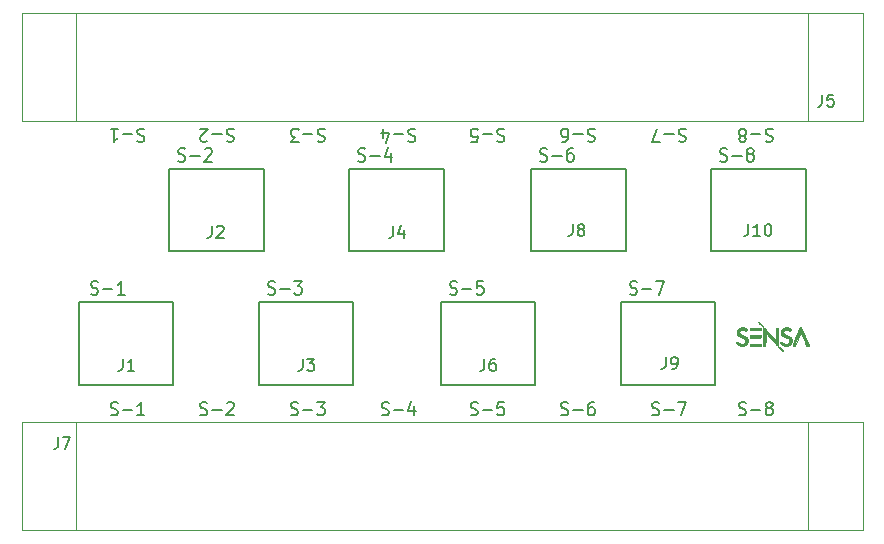
<source format=gbr>
%TF.GenerationSoftware,KiCad,Pcbnew,(5.1.9)-1*%
%TF.CreationDate,2021-10-12T17:07:07+02:00*%
%TF.ProjectId,SolenoidInterconnect,536f6c65-6e6f-4696-9449-6e746572636f,rev?*%
%TF.SameCoordinates,Original*%
%TF.FileFunction,Legend,Top*%
%TF.FilePolarity,Positive*%
%FSLAX46Y46*%
G04 Gerber Fmt 4.6, Leading zero omitted, Abs format (unit mm)*
G04 Created by KiCad (PCBNEW (5.1.9)-1) date 2021-10-12 17:07:07*
%MOMM*%
%LPD*%
G01*
G04 APERTURE LIST*
%ADD10C,0.142875*%
%ADD11C,0.010000*%
%ADD12C,0.200000*%
%ADD13C,0.120000*%
%ADD14C,0.150000*%
G04 APERTURE END LIST*
D10*
X144270585Y-84357357D02*
X144123628Y-84302928D01*
X143878700Y-84302928D01*
X143780728Y-84357357D01*
X143731742Y-84411785D01*
X143682757Y-84520642D01*
X143682757Y-84629500D01*
X143731742Y-84738357D01*
X143780728Y-84792785D01*
X143878700Y-84847214D01*
X144074642Y-84901642D01*
X144172614Y-84956071D01*
X144221600Y-85010500D01*
X144270585Y-85119357D01*
X144270585Y-85228214D01*
X144221600Y-85337071D01*
X144172614Y-85391500D01*
X144074642Y-85445928D01*
X143829714Y-85445928D01*
X143682757Y-85391500D01*
X143241885Y-84738357D02*
X142458114Y-84738357D01*
X141527385Y-85445928D02*
X141723328Y-85445928D01*
X141821300Y-85391500D01*
X141870285Y-85337071D01*
X141968257Y-85173785D01*
X142017242Y-84956071D01*
X142017242Y-84520642D01*
X141968257Y-84411785D01*
X141919271Y-84357357D01*
X141821300Y-84302928D01*
X141625357Y-84302928D01*
X141527385Y-84357357D01*
X141478400Y-84411785D01*
X141429414Y-84520642D01*
X141429414Y-84792785D01*
X141478400Y-84901642D01*
X141527385Y-84956071D01*
X141625357Y-85010500D01*
X141821300Y-85010500D01*
X141919271Y-84956071D01*
X141968257Y-84901642D01*
X142017242Y-84792785D01*
X121400585Y-84357357D02*
X121253628Y-84302928D01*
X121008700Y-84302928D01*
X120910728Y-84357357D01*
X120861742Y-84411785D01*
X120812757Y-84520642D01*
X120812757Y-84629500D01*
X120861742Y-84738357D01*
X120910728Y-84792785D01*
X121008700Y-84847214D01*
X121204642Y-84901642D01*
X121302614Y-84956071D01*
X121351600Y-85010500D01*
X121400585Y-85119357D01*
X121400585Y-85228214D01*
X121351600Y-85337071D01*
X121302614Y-85391500D01*
X121204642Y-85445928D01*
X120959714Y-85445928D01*
X120812757Y-85391500D01*
X120371885Y-84738357D02*
X119588114Y-84738357D01*
X119196228Y-85445928D02*
X118559414Y-85445928D01*
X118902314Y-85010500D01*
X118755357Y-85010500D01*
X118657385Y-84956071D01*
X118608400Y-84901642D01*
X118559414Y-84792785D01*
X118559414Y-84520642D01*
X118608400Y-84411785D01*
X118657385Y-84357357D01*
X118755357Y-84302928D01*
X119049271Y-84302928D01*
X119147242Y-84357357D01*
X119196228Y-84411785D01*
X113710585Y-84357357D02*
X113563628Y-84302928D01*
X113318700Y-84302928D01*
X113220728Y-84357357D01*
X113171742Y-84411785D01*
X113122757Y-84520642D01*
X113122757Y-84629500D01*
X113171742Y-84738357D01*
X113220728Y-84792785D01*
X113318700Y-84847214D01*
X113514642Y-84901642D01*
X113612614Y-84956071D01*
X113661600Y-85010500D01*
X113710585Y-85119357D01*
X113710585Y-85228214D01*
X113661600Y-85337071D01*
X113612614Y-85391500D01*
X113514642Y-85445928D01*
X113269714Y-85445928D01*
X113122757Y-85391500D01*
X112681885Y-84738357D02*
X111898114Y-84738357D01*
X111457242Y-85337071D02*
X111408257Y-85391500D01*
X111310285Y-85445928D01*
X111065357Y-85445928D01*
X110967385Y-85391500D01*
X110918400Y-85337071D01*
X110869414Y-85228214D01*
X110869414Y-85119357D01*
X110918400Y-84956071D01*
X111506228Y-84302928D01*
X110869414Y-84302928D01*
X136610585Y-84357357D02*
X136463628Y-84302928D01*
X136218700Y-84302928D01*
X136120728Y-84357357D01*
X136071742Y-84411785D01*
X136022757Y-84520642D01*
X136022757Y-84629500D01*
X136071742Y-84738357D01*
X136120728Y-84792785D01*
X136218700Y-84847214D01*
X136414642Y-84901642D01*
X136512614Y-84956071D01*
X136561600Y-85010500D01*
X136610585Y-85119357D01*
X136610585Y-85228214D01*
X136561600Y-85337071D01*
X136512614Y-85391500D01*
X136414642Y-85445928D01*
X136169714Y-85445928D01*
X136022757Y-85391500D01*
X135581885Y-84738357D02*
X134798114Y-84738357D01*
X133818400Y-85445928D02*
X134308257Y-85445928D01*
X134357242Y-84901642D01*
X134308257Y-84956071D01*
X134210285Y-85010500D01*
X133965357Y-85010500D01*
X133867385Y-84956071D01*
X133818400Y-84901642D01*
X133769414Y-84792785D01*
X133769414Y-84520642D01*
X133818400Y-84411785D01*
X133867385Y-84357357D01*
X133965357Y-84302928D01*
X134210285Y-84302928D01*
X134308257Y-84357357D01*
X134357242Y-84411785D01*
X151980585Y-84357357D02*
X151833628Y-84302928D01*
X151588700Y-84302928D01*
X151490728Y-84357357D01*
X151441742Y-84411785D01*
X151392757Y-84520642D01*
X151392757Y-84629500D01*
X151441742Y-84738357D01*
X151490728Y-84792785D01*
X151588700Y-84847214D01*
X151784642Y-84901642D01*
X151882614Y-84956071D01*
X151931600Y-85010500D01*
X151980585Y-85119357D01*
X151980585Y-85228214D01*
X151931600Y-85337071D01*
X151882614Y-85391500D01*
X151784642Y-85445928D01*
X151539714Y-85445928D01*
X151392757Y-85391500D01*
X150951885Y-84738357D02*
X150168114Y-84738357D01*
X149776228Y-85445928D02*
X149090428Y-85445928D01*
X149531300Y-84302928D01*
X159330585Y-84357357D02*
X159183628Y-84302928D01*
X158938700Y-84302928D01*
X158840728Y-84357357D01*
X158791742Y-84411785D01*
X158742757Y-84520642D01*
X158742757Y-84629500D01*
X158791742Y-84738357D01*
X158840728Y-84792785D01*
X158938700Y-84847214D01*
X159134642Y-84901642D01*
X159232614Y-84956071D01*
X159281600Y-85010500D01*
X159330585Y-85119357D01*
X159330585Y-85228214D01*
X159281600Y-85337071D01*
X159232614Y-85391500D01*
X159134642Y-85445928D01*
X158889714Y-85445928D01*
X158742757Y-85391500D01*
X158301885Y-84738357D02*
X157518114Y-84738357D01*
X156881300Y-84956071D02*
X156979271Y-85010500D01*
X157028257Y-85064928D01*
X157077242Y-85173785D01*
X157077242Y-85228214D01*
X157028257Y-85337071D01*
X156979271Y-85391500D01*
X156881300Y-85445928D01*
X156685357Y-85445928D01*
X156587385Y-85391500D01*
X156538400Y-85337071D01*
X156489414Y-85228214D01*
X156489414Y-85173785D01*
X156538400Y-85064928D01*
X156587385Y-85010500D01*
X156685357Y-84956071D01*
X156881300Y-84956071D01*
X156979271Y-84901642D01*
X157028257Y-84847214D01*
X157077242Y-84738357D01*
X157077242Y-84520642D01*
X157028257Y-84411785D01*
X156979271Y-84357357D01*
X156881300Y-84302928D01*
X156685357Y-84302928D01*
X156587385Y-84357357D01*
X156538400Y-84411785D01*
X156489414Y-84520642D01*
X156489414Y-84738357D01*
X156538400Y-84847214D01*
X156587385Y-84901642D01*
X156685357Y-84956071D01*
X129080585Y-84357357D02*
X128933628Y-84302928D01*
X128688700Y-84302928D01*
X128590728Y-84357357D01*
X128541742Y-84411785D01*
X128492757Y-84520642D01*
X128492757Y-84629500D01*
X128541742Y-84738357D01*
X128590728Y-84792785D01*
X128688700Y-84847214D01*
X128884642Y-84901642D01*
X128982614Y-84956071D01*
X129031600Y-85010500D01*
X129080585Y-85119357D01*
X129080585Y-85228214D01*
X129031600Y-85337071D01*
X128982614Y-85391500D01*
X128884642Y-85445928D01*
X128639714Y-85445928D01*
X128492757Y-85391500D01*
X128051885Y-84738357D02*
X127268114Y-84738357D01*
X126337385Y-85064928D02*
X126337385Y-84302928D01*
X126582314Y-85500357D02*
X126827242Y-84683928D01*
X126190428Y-84683928D01*
X106140585Y-84357357D02*
X105993628Y-84302928D01*
X105748700Y-84302928D01*
X105650728Y-84357357D01*
X105601742Y-84411785D01*
X105552757Y-84520642D01*
X105552757Y-84629500D01*
X105601742Y-84738357D01*
X105650728Y-84792785D01*
X105748700Y-84847214D01*
X105944642Y-84901642D01*
X106042614Y-84956071D01*
X106091600Y-85010500D01*
X106140585Y-85119357D01*
X106140585Y-85228214D01*
X106091600Y-85337071D01*
X106042614Y-85391500D01*
X105944642Y-85445928D01*
X105699714Y-85445928D01*
X105552757Y-85391500D01*
X105111885Y-84738357D02*
X104328114Y-84738357D01*
X103299414Y-84302928D02*
X103887242Y-84302928D01*
X103593328Y-84302928D02*
X103593328Y-85445928D01*
X103691300Y-85282642D01*
X103789271Y-85173785D01*
X103887242Y-85119357D01*
X156489414Y-108532642D02*
X156636371Y-108587071D01*
X156881300Y-108587071D01*
X156979271Y-108532642D01*
X157028257Y-108478214D01*
X157077242Y-108369357D01*
X157077242Y-108260500D01*
X157028257Y-108151642D01*
X156979271Y-108097214D01*
X156881300Y-108042785D01*
X156685357Y-107988357D01*
X156587385Y-107933928D01*
X156538400Y-107879500D01*
X156489414Y-107770642D01*
X156489414Y-107661785D01*
X156538400Y-107552928D01*
X156587385Y-107498500D01*
X156685357Y-107444071D01*
X156930285Y-107444071D01*
X157077242Y-107498500D01*
X157518114Y-108151642D02*
X158301885Y-108151642D01*
X158938700Y-107933928D02*
X158840728Y-107879500D01*
X158791742Y-107825071D01*
X158742757Y-107716214D01*
X158742757Y-107661785D01*
X158791742Y-107552928D01*
X158840728Y-107498500D01*
X158938700Y-107444071D01*
X159134642Y-107444071D01*
X159232614Y-107498500D01*
X159281600Y-107552928D01*
X159330585Y-107661785D01*
X159330585Y-107716214D01*
X159281600Y-107825071D01*
X159232614Y-107879500D01*
X159134642Y-107933928D01*
X158938700Y-107933928D01*
X158840728Y-107988357D01*
X158791742Y-108042785D01*
X158742757Y-108151642D01*
X158742757Y-108369357D01*
X158791742Y-108478214D01*
X158840728Y-108532642D01*
X158938700Y-108587071D01*
X159134642Y-108587071D01*
X159232614Y-108532642D01*
X159281600Y-108478214D01*
X159330585Y-108369357D01*
X159330585Y-108151642D01*
X159281600Y-108042785D01*
X159232614Y-107988357D01*
X159134642Y-107933928D01*
X149139414Y-108532642D02*
X149286371Y-108587071D01*
X149531300Y-108587071D01*
X149629271Y-108532642D01*
X149678257Y-108478214D01*
X149727242Y-108369357D01*
X149727242Y-108260500D01*
X149678257Y-108151642D01*
X149629271Y-108097214D01*
X149531300Y-108042785D01*
X149335357Y-107988357D01*
X149237385Y-107933928D01*
X149188400Y-107879500D01*
X149139414Y-107770642D01*
X149139414Y-107661785D01*
X149188400Y-107552928D01*
X149237385Y-107498500D01*
X149335357Y-107444071D01*
X149580285Y-107444071D01*
X149727242Y-107498500D01*
X150168114Y-108151642D02*
X150951885Y-108151642D01*
X151343771Y-107444071D02*
X152029571Y-107444071D01*
X151588700Y-108587071D01*
X141429414Y-108532642D02*
X141576371Y-108587071D01*
X141821300Y-108587071D01*
X141919271Y-108532642D01*
X141968257Y-108478214D01*
X142017242Y-108369357D01*
X142017242Y-108260500D01*
X141968257Y-108151642D01*
X141919271Y-108097214D01*
X141821300Y-108042785D01*
X141625357Y-107988357D01*
X141527385Y-107933928D01*
X141478400Y-107879500D01*
X141429414Y-107770642D01*
X141429414Y-107661785D01*
X141478400Y-107552928D01*
X141527385Y-107498500D01*
X141625357Y-107444071D01*
X141870285Y-107444071D01*
X142017242Y-107498500D01*
X142458114Y-108151642D02*
X143241885Y-108151642D01*
X144172614Y-107444071D02*
X143976671Y-107444071D01*
X143878700Y-107498500D01*
X143829714Y-107552928D01*
X143731742Y-107716214D01*
X143682757Y-107933928D01*
X143682757Y-108369357D01*
X143731742Y-108478214D01*
X143780728Y-108532642D01*
X143878700Y-108587071D01*
X144074642Y-108587071D01*
X144172614Y-108532642D01*
X144221600Y-108478214D01*
X144270585Y-108369357D01*
X144270585Y-108097214D01*
X144221600Y-107988357D01*
X144172614Y-107933928D01*
X144074642Y-107879500D01*
X143878700Y-107879500D01*
X143780728Y-107933928D01*
X143731742Y-107988357D01*
X143682757Y-108097214D01*
X133769414Y-108532642D02*
X133916371Y-108587071D01*
X134161300Y-108587071D01*
X134259271Y-108532642D01*
X134308257Y-108478214D01*
X134357242Y-108369357D01*
X134357242Y-108260500D01*
X134308257Y-108151642D01*
X134259271Y-108097214D01*
X134161300Y-108042785D01*
X133965357Y-107988357D01*
X133867385Y-107933928D01*
X133818400Y-107879500D01*
X133769414Y-107770642D01*
X133769414Y-107661785D01*
X133818400Y-107552928D01*
X133867385Y-107498500D01*
X133965357Y-107444071D01*
X134210285Y-107444071D01*
X134357242Y-107498500D01*
X134798114Y-108151642D02*
X135581885Y-108151642D01*
X136561600Y-107444071D02*
X136071742Y-107444071D01*
X136022757Y-107988357D01*
X136071742Y-107933928D01*
X136169714Y-107879500D01*
X136414642Y-107879500D01*
X136512614Y-107933928D01*
X136561600Y-107988357D01*
X136610585Y-108097214D01*
X136610585Y-108369357D01*
X136561600Y-108478214D01*
X136512614Y-108532642D01*
X136414642Y-108587071D01*
X136169714Y-108587071D01*
X136071742Y-108532642D01*
X136022757Y-108478214D01*
X126239414Y-108532642D02*
X126386371Y-108587071D01*
X126631300Y-108587071D01*
X126729271Y-108532642D01*
X126778257Y-108478214D01*
X126827242Y-108369357D01*
X126827242Y-108260500D01*
X126778257Y-108151642D01*
X126729271Y-108097214D01*
X126631300Y-108042785D01*
X126435357Y-107988357D01*
X126337385Y-107933928D01*
X126288400Y-107879500D01*
X126239414Y-107770642D01*
X126239414Y-107661785D01*
X126288400Y-107552928D01*
X126337385Y-107498500D01*
X126435357Y-107444071D01*
X126680285Y-107444071D01*
X126827242Y-107498500D01*
X127268114Y-108151642D02*
X128051885Y-108151642D01*
X128982614Y-107825071D02*
X128982614Y-108587071D01*
X128737685Y-107389642D02*
X128492757Y-108206071D01*
X129129571Y-108206071D01*
X118559414Y-108532642D02*
X118706371Y-108587071D01*
X118951300Y-108587071D01*
X119049271Y-108532642D01*
X119098257Y-108478214D01*
X119147242Y-108369357D01*
X119147242Y-108260500D01*
X119098257Y-108151642D01*
X119049271Y-108097214D01*
X118951300Y-108042785D01*
X118755357Y-107988357D01*
X118657385Y-107933928D01*
X118608400Y-107879500D01*
X118559414Y-107770642D01*
X118559414Y-107661785D01*
X118608400Y-107552928D01*
X118657385Y-107498500D01*
X118755357Y-107444071D01*
X119000285Y-107444071D01*
X119147242Y-107498500D01*
X119588114Y-108151642D02*
X120371885Y-108151642D01*
X120763771Y-107444071D02*
X121400585Y-107444071D01*
X121057685Y-107879500D01*
X121204642Y-107879500D01*
X121302614Y-107933928D01*
X121351600Y-107988357D01*
X121400585Y-108097214D01*
X121400585Y-108369357D01*
X121351600Y-108478214D01*
X121302614Y-108532642D01*
X121204642Y-108587071D01*
X120910728Y-108587071D01*
X120812757Y-108532642D01*
X120763771Y-108478214D01*
X110869414Y-108532642D02*
X111016371Y-108587071D01*
X111261300Y-108587071D01*
X111359271Y-108532642D01*
X111408257Y-108478214D01*
X111457242Y-108369357D01*
X111457242Y-108260500D01*
X111408257Y-108151642D01*
X111359271Y-108097214D01*
X111261300Y-108042785D01*
X111065357Y-107988357D01*
X110967385Y-107933928D01*
X110918400Y-107879500D01*
X110869414Y-107770642D01*
X110869414Y-107661785D01*
X110918400Y-107552928D01*
X110967385Y-107498500D01*
X111065357Y-107444071D01*
X111310285Y-107444071D01*
X111457242Y-107498500D01*
X111898114Y-108151642D02*
X112681885Y-108151642D01*
X113122757Y-107552928D02*
X113171742Y-107498500D01*
X113269714Y-107444071D01*
X113514642Y-107444071D01*
X113612614Y-107498500D01*
X113661600Y-107552928D01*
X113710585Y-107661785D01*
X113710585Y-107770642D01*
X113661600Y-107933928D01*
X113073771Y-108587071D01*
X113710585Y-108587071D01*
X103299414Y-108532642D02*
X103446371Y-108587071D01*
X103691300Y-108587071D01*
X103789271Y-108532642D01*
X103838257Y-108478214D01*
X103887242Y-108369357D01*
X103887242Y-108260500D01*
X103838257Y-108151642D01*
X103789271Y-108097214D01*
X103691300Y-108042785D01*
X103495357Y-107988357D01*
X103397385Y-107933928D01*
X103348400Y-107879500D01*
X103299414Y-107770642D01*
X103299414Y-107661785D01*
X103348400Y-107552928D01*
X103397385Y-107498500D01*
X103495357Y-107444071D01*
X103740285Y-107444071D01*
X103887242Y-107498500D01*
X104328114Y-108151642D02*
X105111885Y-108151642D01*
X106140585Y-108587071D02*
X105552757Y-108587071D01*
X105846671Y-108587071D02*
X105846671Y-107444071D01*
X105748700Y-107607357D01*
X105650728Y-107716214D01*
X105552757Y-107770642D01*
D11*
%TO.C,G\u002A\u002A\u002A*%
G36*
X158345674Y-101164837D02*
G01*
X158350149Y-101170326D01*
X158353224Y-101176850D01*
X158355158Y-101186302D01*
X158356212Y-101200572D01*
X158356645Y-101221551D01*
X158356720Y-101245231D01*
X158356624Y-101272998D01*
X158356155Y-101292473D01*
X158355035Y-101305529D01*
X158352990Y-101314032D01*
X158349743Y-101319853D01*
X158345018Y-101324862D01*
X158344962Y-101324914D01*
X158333205Y-101335959D01*
X157873473Y-101335960D01*
X157413740Y-101335960D01*
X157400090Y-101321712D01*
X157394399Y-101315358D01*
X157390560Y-101308993D01*
X157388208Y-101300555D01*
X157386981Y-101287986D01*
X157386513Y-101269226D01*
X157386440Y-101244520D01*
X157386529Y-101218183D01*
X157387040Y-101199946D01*
X157388338Y-101187750D01*
X157390786Y-101179534D01*
X157394749Y-101173240D01*
X157400090Y-101167327D01*
X157413740Y-101153080D01*
X158334628Y-101153080D01*
X158345674Y-101164837D01*
G37*
X158345674Y-101164837D02*
X158350149Y-101170326D01*
X158353224Y-101176850D01*
X158355158Y-101186302D01*
X158356212Y-101200572D01*
X158356645Y-101221551D01*
X158356720Y-101245231D01*
X158356624Y-101272998D01*
X158356155Y-101292473D01*
X158355035Y-101305529D01*
X158352990Y-101314032D01*
X158349743Y-101319853D01*
X158345018Y-101324862D01*
X158344962Y-101324914D01*
X158333205Y-101335959D01*
X157873473Y-101335960D01*
X157413740Y-101335960D01*
X157400090Y-101321712D01*
X157394399Y-101315358D01*
X157390560Y-101308993D01*
X157388208Y-101300555D01*
X157386981Y-101287986D01*
X157386513Y-101269226D01*
X157386440Y-101244520D01*
X157386529Y-101218183D01*
X157387040Y-101199946D01*
X157388338Y-101187750D01*
X157390786Y-101179534D01*
X157394749Y-101173240D01*
X157400090Y-101167327D01*
X157413740Y-101153080D01*
X158334628Y-101153080D01*
X158345674Y-101164837D01*
G36*
X158306912Y-101822050D02*
G01*
X158312697Y-101827883D01*
X158316657Y-101833626D01*
X158319136Y-101841232D01*
X158320482Y-101852654D01*
X158321041Y-101869845D01*
X158321158Y-101894757D01*
X158321160Y-101902380D01*
X158321098Y-101929515D01*
X158320681Y-101948444D01*
X158319563Y-101961119D01*
X158317398Y-101969491D01*
X158313839Y-101975515D01*
X158308540Y-101981143D01*
X158306912Y-101982709D01*
X158292664Y-101996360D01*
X157418913Y-101996360D01*
X157402676Y-101979608D01*
X157386440Y-101962856D01*
X157386440Y-101901257D01*
X157386554Y-101875116D01*
X157387141Y-101856990D01*
X157388565Y-101844736D01*
X157391193Y-101836208D01*
X157395388Y-101829262D01*
X157399591Y-101824029D01*
X157412743Y-101808400D01*
X158292664Y-101808400D01*
X158306912Y-101822050D01*
G37*
X158306912Y-101822050D02*
X158312697Y-101827883D01*
X158316657Y-101833626D01*
X158319136Y-101841232D01*
X158320482Y-101852654D01*
X158321041Y-101869845D01*
X158321158Y-101894757D01*
X158321160Y-101902380D01*
X158321098Y-101929515D01*
X158320681Y-101948444D01*
X158319563Y-101961119D01*
X158317398Y-101969491D01*
X158313839Y-101975515D01*
X158308540Y-101981143D01*
X158306912Y-101982709D01*
X158292664Y-101996360D01*
X157418913Y-101996360D01*
X157402676Y-101979608D01*
X157386440Y-101962856D01*
X157386440Y-101901257D01*
X157386554Y-101875116D01*
X157387141Y-101856990D01*
X157388565Y-101844736D01*
X157391193Y-101836208D01*
X157395388Y-101829262D01*
X157399591Y-101824029D01*
X157412743Y-101808400D01*
X158292664Y-101808400D01*
X158306912Y-101822050D01*
G36*
X161711479Y-101098237D02*
G01*
X161736913Y-101099740D01*
X162066930Y-101874095D01*
X162396948Y-102648451D01*
X162387238Y-102666575D01*
X162377529Y-102684700D01*
X162281014Y-102686052D01*
X162184500Y-102687405D01*
X161948624Y-102123351D01*
X161918547Y-102051532D01*
X161889520Y-101982427D01*
X161861786Y-101916602D01*
X161835587Y-101854626D01*
X161811167Y-101797065D01*
X161788767Y-101744487D01*
X161768632Y-101697459D01*
X161751003Y-101656548D01*
X161736123Y-101622323D01*
X161724236Y-101595349D01*
X161715583Y-101576195D01*
X161710408Y-101565428D01*
X161708954Y-101563199D01*
X161706528Y-101568291D01*
X161700402Y-101582166D01*
X161690823Y-101604245D01*
X161678038Y-101633950D01*
X161662294Y-101670701D01*
X161643836Y-101713920D01*
X161622913Y-101763027D01*
X161599770Y-101817443D01*
X161574655Y-101876590D01*
X161547814Y-101939889D01*
X161519494Y-102006760D01*
X161489942Y-102076625D01*
X161469120Y-102125900D01*
X161233081Y-102684700D01*
X161137290Y-102685988D01*
X161041500Y-102687276D01*
X161018362Y-102651398D01*
X161352203Y-101874067D01*
X161686044Y-101096735D01*
X161711479Y-101098237D01*
G37*
X161711479Y-101098237D02*
X161736913Y-101099740D01*
X162066930Y-101874095D01*
X162396948Y-102648451D01*
X162387238Y-102666575D01*
X162377529Y-102684700D01*
X162281014Y-102686052D01*
X162184500Y-102687405D01*
X161948624Y-102123351D01*
X161918547Y-102051532D01*
X161889520Y-101982427D01*
X161861786Y-101916602D01*
X161835587Y-101854626D01*
X161811167Y-101797065D01*
X161788767Y-101744487D01*
X161768632Y-101697459D01*
X161751003Y-101656548D01*
X161736123Y-101622323D01*
X161724236Y-101595349D01*
X161715583Y-101576195D01*
X161710408Y-101565428D01*
X161708954Y-101563199D01*
X161706528Y-101568291D01*
X161700402Y-101582166D01*
X161690823Y-101604245D01*
X161678038Y-101633950D01*
X161662294Y-101670701D01*
X161643836Y-101713920D01*
X161622913Y-101763027D01*
X161599770Y-101817443D01*
X161574655Y-101876590D01*
X161547814Y-101939889D01*
X161519494Y-102006760D01*
X161489942Y-102076625D01*
X161469120Y-102125900D01*
X161233081Y-102684700D01*
X161137290Y-102685988D01*
X161041500Y-102687276D01*
X161018362Y-102651398D01*
X161352203Y-101874067D01*
X161686044Y-101096735D01*
X161711479Y-101098237D01*
G36*
X158345674Y-102516117D02*
G01*
X158350149Y-102521606D01*
X158353224Y-102528130D01*
X158355158Y-102537582D01*
X158356212Y-102551852D01*
X158356645Y-102572831D01*
X158356720Y-102596511D01*
X158356624Y-102624278D01*
X158356155Y-102643753D01*
X158355035Y-102656809D01*
X158352990Y-102665312D01*
X158349743Y-102671133D01*
X158345018Y-102676142D01*
X158344962Y-102676194D01*
X158333205Y-102687240D01*
X157386440Y-102687240D01*
X157386440Y-102610047D01*
X157386488Y-102580517D01*
X157386811Y-102559361D01*
X157387675Y-102544796D01*
X157389346Y-102535037D01*
X157392091Y-102528300D01*
X157396176Y-102522798D01*
X157400090Y-102518607D01*
X157413740Y-102504360D01*
X158334628Y-102504360D01*
X158345674Y-102516117D01*
G37*
X158345674Y-102516117D02*
X158350149Y-102521606D01*
X158353224Y-102528130D01*
X158355158Y-102537582D01*
X158356212Y-102551852D01*
X158356645Y-102572831D01*
X158356720Y-102596511D01*
X158356624Y-102624278D01*
X158356155Y-102643753D01*
X158355035Y-102656809D01*
X158352990Y-102665312D01*
X158349743Y-102671133D01*
X158345018Y-102676142D01*
X158344962Y-102676194D01*
X158333205Y-102687240D01*
X157386440Y-102687240D01*
X157386440Y-102610047D01*
X157386488Y-102580517D01*
X157386811Y-102559361D01*
X157387675Y-102544796D01*
X157389346Y-102535037D01*
X157392091Y-102528300D01*
X157396176Y-102522798D01*
X157400090Y-102518607D01*
X157413740Y-102504360D01*
X158334628Y-102504360D01*
X158345674Y-102516117D01*
G36*
X160509550Y-101131914D02*
G01*
X160551633Y-101134134D01*
X160591527Y-101137996D01*
X160625824Y-101143298D01*
X160634996Y-101145251D01*
X160684143Y-101159882D01*
X160735370Y-101180974D01*
X160784652Y-101206863D01*
X160786093Y-101207717D01*
X160805676Y-101220104D01*
X160826976Y-101234782D01*
X160848339Y-101250458D01*
X160868110Y-101265841D01*
X160884638Y-101279638D01*
X160896267Y-101290556D01*
X160901345Y-101297305D01*
X160901439Y-101297860D01*
X160898298Y-101303245D01*
X160889573Y-101314858D01*
X160876384Y-101331291D01*
X160859851Y-101351137D01*
X160847868Y-101365170D01*
X160827688Y-101388435D01*
X160812760Y-101405050D01*
X160801784Y-101416130D01*
X160793458Y-101422788D01*
X160786481Y-101426138D01*
X160779552Y-101427295D01*
X160775186Y-101427400D01*
X160763218Y-101426001D01*
X160750978Y-101420912D01*
X160735806Y-101410794D01*
X160724142Y-101401716D01*
X160675089Y-101367875D01*
X160623549Y-101343418D01*
X160568449Y-101327977D01*
X160508717Y-101321186D01*
X160488237Y-101320780D01*
X160436727Y-101323546D01*
X160392458Y-101332066D01*
X160353969Y-101346853D01*
X160319798Y-101368418D01*
X160298108Y-101387385D01*
X160268263Y-101422745D01*
X160247393Y-101460849D01*
X160235507Y-101500572D01*
X160232618Y-101540790D01*
X160238738Y-101580380D01*
X160253876Y-101618216D01*
X160278046Y-101653176D01*
X160295216Y-101670791D01*
X160309301Y-101683011D01*
X160324061Y-101694220D01*
X160340684Y-101705023D01*
X160360362Y-101716027D01*
X160384285Y-101727840D01*
X160413644Y-101741067D01*
X160449629Y-101756316D01*
X160493431Y-101774192D01*
X160515720Y-101783139D01*
X160586908Y-101812348D01*
X160649070Y-101839578D01*
X160703014Y-101865394D01*
X160749550Y-101890360D01*
X160789487Y-101915043D01*
X160823634Y-101940005D01*
X160852802Y-101965812D01*
X160877798Y-101993029D01*
X160899434Y-102022220D01*
X160918517Y-102053951D01*
X160926894Y-102070020D01*
X160941439Y-102101675D01*
X160951925Y-102131346D01*
X160958904Y-102161745D01*
X160962928Y-102195581D01*
X160964549Y-102235566D01*
X160964644Y-102255440D01*
X160964339Y-102286344D01*
X160963422Y-102309869D01*
X160961571Y-102328790D01*
X160958461Y-102345884D01*
X160953768Y-102363927D01*
X160950827Y-102373841D01*
X160926336Y-102437688D01*
X160893609Y-102495904D01*
X160853140Y-102548053D01*
X160805423Y-102593703D01*
X160750954Y-102632416D01*
X160690225Y-102663760D01*
X160623731Y-102687299D01*
X160583256Y-102697095D01*
X160544679Y-102702876D01*
X160499771Y-102706243D01*
X160452077Y-102707158D01*
X160405144Y-102705580D01*
X160362518Y-102701471D01*
X160350620Y-102699659D01*
X160290658Y-102686473D01*
X160230501Y-102667556D01*
X160172689Y-102643947D01*
X160119761Y-102616687D01*
X160074255Y-102586818D01*
X160072948Y-102585829D01*
X160059033Y-102574379D01*
X160041836Y-102558917D01*
X160022705Y-102540814D01*
X160002989Y-102521438D01*
X159984035Y-102502160D01*
X159967190Y-102484351D01*
X159953803Y-102469379D01*
X159945221Y-102458615D01*
X159942759Y-102453497D01*
X159946962Y-102449144D01*
X159957669Y-102439471D01*
X159973555Y-102425636D01*
X159993296Y-102408796D01*
X160009256Y-102395375D01*
X160033247Y-102375401D01*
X160050914Y-102361109D01*
X160063701Y-102351630D01*
X160073050Y-102346097D01*
X160080406Y-102343640D01*
X160087211Y-102343390D01*
X160094061Y-102344336D01*
X160108569Y-102348828D01*
X160121482Y-102358294D01*
X160132725Y-102370737D01*
X160158097Y-102397209D01*
X160190679Y-102424336D01*
X160227857Y-102450186D01*
X160267017Y-102472826D01*
X160278799Y-102478721D01*
X160317152Y-102495967D01*
X160351142Y-102508099D01*
X160384249Y-102515913D01*
X160419958Y-102520204D01*
X160461750Y-102521768D01*
X160467460Y-102521811D01*
X160497025Y-102521684D01*
X160519321Y-102520744D01*
X160537224Y-102518660D01*
X160553612Y-102515100D01*
X160570724Y-102509946D01*
X160620284Y-102488862D01*
X160663011Y-102460542D01*
X160698471Y-102425458D01*
X160726230Y-102384083D01*
X160745855Y-102336893D01*
X160752471Y-102311320D01*
X160758373Y-102262639D01*
X160754738Y-102217413D01*
X160741500Y-102175419D01*
X160718595Y-102136438D01*
X160691765Y-102105791D01*
X160676267Y-102091804D01*
X160658580Y-102078416D01*
X160637672Y-102065106D01*
X160612514Y-102051355D01*
X160582076Y-102036642D01*
X160545329Y-102020450D01*
X160501241Y-102002257D01*
X160448784Y-101981546D01*
X160434440Y-101975990D01*
X160382714Y-101955774D01*
X160339311Y-101938220D01*
X160302928Y-101922734D01*
X160272264Y-101908721D01*
X160246016Y-101895585D01*
X160222884Y-101882732D01*
X160201565Y-101869567D01*
X160201439Y-101869485D01*
X160153159Y-101832783D01*
X160111101Y-101789851D01*
X160076205Y-101742010D01*
X160049414Y-101690582D01*
X160031670Y-101636891D01*
X160029812Y-101628553D01*
X160025084Y-101596350D01*
X160022765Y-101559117D01*
X160022834Y-101520449D01*
X160025265Y-101483942D01*
X160030037Y-101453188D01*
X160030962Y-101449259D01*
X160050483Y-101391364D01*
X160078722Y-101337724D01*
X160114917Y-101288939D01*
X160158309Y-101245608D01*
X160208134Y-101208330D01*
X160263632Y-101177706D01*
X160324043Y-101154333D01*
X160388603Y-101138811D01*
X160432465Y-101133213D01*
X160468691Y-101131539D01*
X160509550Y-101131914D01*
G37*
X160509550Y-101131914D02*
X160551633Y-101134134D01*
X160591527Y-101137996D01*
X160625824Y-101143298D01*
X160634996Y-101145251D01*
X160684143Y-101159882D01*
X160735370Y-101180974D01*
X160784652Y-101206863D01*
X160786093Y-101207717D01*
X160805676Y-101220104D01*
X160826976Y-101234782D01*
X160848339Y-101250458D01*
X160868110Y-101265841D01*
X160884638Y-101279638D01*
X160896267Y-101290556D01*
X160901345Y-101297305D01*
X160901439Y-101297860D01*
X160898298Y-101303245D01*
X160889573Y-101314858D01*
X160876384Y-101331291D01*
X160859851Y-101351137D01*
X160847868Y-101365170D01*
X160827688Y-101388435D01*
X160812760Y-101405050D01*
X160801784Y-101416130D01*
X160793458Y-101422788D01*
X160786481Y-101426138D01*
X160779552Y-101427295D01*
X160775186Y-101427400D01*
X160763218Y-101426001D01*
X160750978Y-101420912D01*
X160735806Y-101410794D01*
X160724142Y-101401716D01*
X160675089Y-101367875D01*
X160623549Y-101343418D01*
X160568449Y-101327977D01*
X160508717Y-101321186D01*
X160488237Y-101320780D01*
X160436727Y-101323546D01*
X160392458Y-101332066D01*
X160353969Y-101346853D01*
X160319798Y-101368418D01*
X160298108Y-101387385D01*
X160268263Y-101422745D01*
X160247393Y-101460849D01*
X160235507Y-101500572D01*
X160232618Y-101540790D01*
X160238738Y-101580380D01*
X160253876Y-101618216D01*
X160278046Y-101653176D01*
X160295216Y-101670791D01*
X160309301Y-101683011D01*
X160324061Y-101694220D01*
X160340684Y-101705023D01*
X160360362Y-101716027D01*
X160384285Y-101727840D01*
X160413644Y-101741067D01*
X160449629Y-101756316D01*
X160493431Y-101774192D01*
X160515720Y-101783139D01*
X160586908Y-101812348D01*
X160649070Y-101839578D01*
X160703014Y-101865394D01*
X160749550Y-101890360D01*
X160789487Y-101915043D01*
X160823634Y-101940005D01*
X160852802Y-101965812D01*
X160877798Y-101993029D01*
X160899434Y-102022220D01*
X160918517Y-102053951D01*
X160926894Y-102070020D01*
X160941439Y-102101675D01*
X160951925Y-102131346D01*
X160958904Y-102161745D01*
X160962928Y-102195581D01*
X160964549Y-102235566D01*
X160964644Y-102255440D01*
X160964339Y-102286344D01*
X160963422Y-102309869D01*
X160961571Y-102328790D01*
X160958461Y-102345884D01*
X160953768Y-102363927D01*
X160950827Y-102373841D01*
X160926336Y-102437688D01*
X160893609Y-102495904D01*
X160853140Y-102548053D01*
X160805423Y-102593703D01*
X160750954Y-102632416D01*
X160690225Y-102663760D01*
X160623731Y-102687299D01*
X160583256Y-102697095D01*
X160544679Y-102702876D01*
X160499771Y-102706243D01*
X160452077Y-102707158D01*
X160405144Y-102705580D01*
X160362518Y-102701471D01*
X160350620Y-102699659D01*
X160290658Y-102686473D01*
X160230501Y-102667556D01*
X160172689Y-102643947D01*
X160119761Y-102616687D01*
X160074255Y-102586818D01*
X160072948Y-102585829D01*
X160059033Y-102574379D01*
X160041836Y-102558917D01*
X160022705Y-102540814D01*
X160002989Y-102521438D01*
X159984035Y-102502160D01*
X159967190Y-102484351D01*
X159953803Y-102469379D01*
X159945221Y-102458615D01*
X159942759Y-102453497D01*
X159946962Y-102449144D01*
X159957669Y-102439471D01*
X159973555Y-102425636D01*
X159993296Y-102408796D01*
X160009256Y-102395375D01*
X160033247Y-102375401D01*
X160050914Y-102361109D01*
X160063701Y-102351630D01*
X160073050Y-102346097D01*
X160080406Y-102343640D01*
X160087211Y-102343390D01*
X160094061Y-102344336D01*
X160108569Y-102348828D01*
X160121482Y-102358294D01*
X160132725Y-102370737D01*
X160158097Y-102397209D01*
X160190679Y-102424336D01*
X160227857Y-102450186D01*
X160267017Y-102472826D01*
X160278799Y-102478721D01*
X160317152Y-102495967D01*
X160351142Y-102508099D01*
X160384249Y-102515913D01*
X160419958Y-102520204D01*
X160461750Y-102521768D01*
X160467460Y-102521811D01*
X160497025Y-102521684D01*
X160519321Y-102520744D01*
X160537224Y-102518660D01*
X160553612Y-102515100D01*
X160570724Y-102509946D01*
X160620284Y-102488862D01*
X160663011Y-102460542D01*
X160698471Y-102425458D01*
X160726230Y-102384083D01*
X160745855Y-102336893D01*
X160752471Y-102311320D01*
X160758373Y-102262639D01*
X160754738Y-102217413D01*
X160741500Y-102175419D01*
X160718595Y-102136438D01*
X160691765Y-102105791D01*
X160676267Y-102091804D01*
X160658580Y-102078416D01*
X160637672Y-102065106D01*
X160612514Y-102051355D01*
X160582076Y-102036642D01*
X160545329Y-102020450D01*
X160501241Y-102002257D01*
X160448784Y-101981546D01*
X160434440Y-101975990D01*
X160382714Y-101955774D01*
X160339311Y-101938220D01*
X160302928Y-101922734D01*
X160272264Y-101908721D01*
X160246016Y-101895585D01*
X160222884Y-101882732D01*
X160201565Y-101869567D01*
X160201439Y-101869485D01*
X160153159Y-101832783D01*
X160111101Y-101789851D01*
X160076205Y-101742010D01*
X160049414Y-101690582D01*
X160031670Y-101636891D01*
X160029812Y-101628553D01*
X160025084Y-101596350D01*
X160022765Y-101559117D01*
X160022834Y-101520449D01*
X160025265Y-101483942D01*
X160030037Y-101453188D01*
X160030962Y-101449259D01*
X160050483Y-101391364D01*
X160078722Y-101337724D01*
X160114917Y-101288939D01*
X160158309Y-101245608D01*
X160208134Y-101208330D01*
X160263632Y-101177706D01*
X160324043Y-101154333D01*
X160388603Y-101138811D01*
X160432465Y-101133213D01*
X160468691Y-101131539D01*
X160509550Y-101131914D01*
G36*
X156780830Y-101131914D02*
G01*
X156822913Y-101134134D01*
X156862807Y-101137996D01*
X156897104Y-101143298D01*
X156906276Y-101145251D01*
X156955423Y-101159882D01*
X157006650Y-101180974D01*
X157055932Y-101206863D01*
X157057373Y-101207717D01*
X157076956Y-101220104D01*
X157098256Y-101234782D01*
X157119619Y-101250458D01*
X157139390Y-101265841D01*
X157155918Y-101279638D01*
X157167547Y-101290556D01*
X157172625Y-101297305D01*
X157172719Y-101297860D01*
X157169578Y-101303245D01*
X157160853Y-101314858D01*
X157147664Y-101331291D01*
X157131131Y-101351137D01*
X157119148Y-101365170D01*
X157098968Y-101388435D01*
X157084040Y-101405050D01*
X157073064Y-101416130D01*
X157064738Y-101422788D01*
X157057761Y-101426138D01*
X157050832Y-101427295D01*
X157046466Y-101427400D01*
X157034498Y-101426001D01*
X157022258Y-101420912D01*
X157007086Y-101410794D01*
X156995422Y-101401716D01*
X156946369Y-101367875D01*
X156894829Y-101343418D01*
X156839729Y-101327977D01*
X156779997Y-101321186D01*
X156759517Y-101320780D01*
X156708007Y-101323546D01*
X156663738Y-101332066D01*
X156625249Y-101346853D01*
X156591078Y-101368418D01*
X156569388Y-101387385D01*
X156539543Y-101422745D01*
X156518673Y-101460849D01*
X156506787Y-101500572D01*
X156503898Y-101540790D01*
X156510018Y-101580380D01*
X156525156Y-101618216D01*
X156549326Y-101653176D01*
X156566496Y-101670791D01*
X156580581Y-101683011D01*
X156595341Y-101694220D01*
X156611964Y-101705023D01*
X156631642Y-101716027D01*
X156655565Y-101727840D01*
X156684924Y-101741067D01*
X156720909Y-101756316D01*
X156764711Y-101774192D01*
X156787000Y-101783139D01*
X156858188Y-101812348D01*
X156920350Y-101839578D01*
X156974294Y-101865394D01*
X157020830Y-101890360D01*
X157060767Y-101915043D01*
X157094914Y-101940005D01*
X157124082Y-101965812D01*
X157149078Y-101993029D01*
X157170714Y-102022220D01*
X157189797Y-102053951D01*
X157198174Y-102070020D01*
X157212719Y-102101675D01*
X157223205Y-102131346D01*
X157230184Y-102161745D01*
X157234208Y-102195581D01*
X157235829Y-102235566D01*
X157235924Y-102255440D01*
X157235619Y-102286344D01*
X157234702Y-102309869D01*
X157232851Y-102328790D01*
X157229741Y-102345884D01*
X157225048Y-102363927D01*
X157222107Y-102373841D01*
X157197616Y-102437688D01*
X157164889Y-102495904D01*
X157124420Y-102548053D01*
X157076703Y-102593703D01*
X157022234Y-102632416D01*
X156961505Y-102663760D01*
X156895011Y-102687299D01*
X156854536Y-102697095D01*
X156815959Y-102702876D01*
X156771051Y-102706243D01*
X156723357Y-102707158D01*
X156676424Y-102705580D01*
X156633798Y-102701471D01*
X156621900Y-102699659D01*
X156561938Y-102686473D01*
X156501781Y-102667556D01*
X156443969Y-102643947D01*
X156391041Y-102616687D01*
X156345535Y-102586818D01*
X156344228Y-102585829D01*
X156330313Y-102574379D01*
X156313116Y-102558917D01*
X156293985Y-102540814D01*
X156274269Y-102521438D01*
X156255315Y-102502160D01*
X156238470Y-102484351D01*
X156225083Y-102469379D01*
X156216501Y-102458615D01*
X156214039Y-102453497D01*
X156218242Y-102449144D01*
X156228949Y-102439471D01*
X156244835Y-102425636D01*
X156264576Y-102408796D01*
X156280536Y-102395375D01*
X156304527Y-102375401D01*
X156322194Y-102361109D01*
X156334981Y-102351630D01*
X156344330Y-102346097D01*
X156351686Y-102343640D01*
X156358491Y-102343390D01*
X156365341Y-102344336D01*
X156379849Y-102348828D01*
X156392762Y-102358294D01*
X156404005Y-102370737D01*
X156429377Y-102397209D01*
X156461959Y-102424336D01*
X156499137Y-102450186D01*
X156538297Y-102472826D01*
X156550079Y-102478721D01*
X156588432Y-102495967D01*
X156622422Y-102508099D01*
X156655529Y-102515913D01*
X156691238Y-102520204D01*
X156733030Y-102521768D01*
X156738740Y-102521811D01*
X156768305Y-102521684D01*
X156790601Y-102520744D01*
X156808504Y-102518660D01*
X156824892Y-102515100D01*
X156842004Y-102509946D01*
X156891564Y-102488862D01*
X156934291Y-102460542D01*
X156969751Y-102425458D01*
X156997510Y-102384083D01*
X157017135Y-102336893D01*
X157023751Y-102311320D01*
X157029653Y-102262639D01*
X157026018Y-102217413D01*
X157012780Y-102175419D01*
X156989875Y-102136438D01*
X156963045Y-102105791D01*
X156947547Y-102091804D01*
X156929860Y-102078416D01*
X156908952Y-102065106D01*
X156883794Y-102051355D01*
X156853356Y-102036642D01*
X156816609Y-102020450D01*
X156772521Y-102002257D01*
X156720064Y-101981546D01*
X156705720Y-101975990D01*
X156653994Y-101955774D01*
X156610591Y-101938220D01*
X156574208Y-101922734D01*
X156543544Y-101908721D01*
X156517296Y-101895585D01*
X156494164Y-101882732D01*
X156472845Y-101869567D01*
X156472719Y-101869485D01*
X156424439Y-101832783D01*
X156382381Y-101789851D01*
X156347485Y-101742010D01*
X156320694Y-101690582D01*
X156302950Y-101636891D01*
X156301092Y-101628553D01*
X156296364Y-101596350D01*
X156294045Y-101559117D01*
X156294114Y-101520449D01*
X156296545Y-101483942D01*
X156301317Y-101453188D01*
X156302242Y-101449259D01*
X156321763Y-101391364D01*
X156350002Y-101337724D01*
X156386197Y-101288939D01*
X156429589Y-101245608D01*
X156479414Y-101208330D01*
X156534912Y-101177706D01*
X156595323Y-101154333D01*
X156659883Y-101138811D01*
X156703745Y-101133213D01*
X156739971Y-101131539D01*
X156780830Y-101131914D01*
G37*
X156780830Y-101131914D02*
X156822913Y-101134134D01*
X156862807Y-101137996D01*
X156897104Y-101143298D01*
X156906276Y-101145251D01*
X156955423Y-101159882D01*
X157006650Y-101180974D01*
X157055932Y-101206863D01*
X157057373Y-101207717D01*
X157076956Y-101220104D01*
X157098256Y-101234782D01*
X157119619Y-101250458D01*
X157139390Y-101265841D01*
X157155918Y-101279638D01*
X157167547Y-101290556D01*
X157172625Y-101297305D01*
X157172719Y-101297860D01*
X157169578Y-101303245D01*
X157160853Y-101314858D01*
X157147664Y-101331291D01*
X157131131Y-101351137D01*
X157119148Y-101365170D01*
X157098968Y-101388435D01*
X157084040Y-101405050D01*
X157073064Y-101416130D01*
X157064738Y-101422788D01*
X157057761Y-101426138D01*
X157050832Y-101427295D01*
X157046466Y-101427400D01*
X157034498Y-101426001D01*
X157022258Y-101420912D01*
X157007086Y-101410794D01*
X156995422Y-101401716D01*
X156946369Y-101367875D01*
X156894829Y-101343418D01*
X156839729Y-101327977D01*
X156779997Y-101321186D01*
X156759517Y-101320780D01*
X156708007Y-101323546D01*
X156663738Y-101332066D01*
X156625249Y-101346853D01*
X156591078Y-101368418D01*
X156569388Y-101387385D01*
X156539543Y-101422745D01*
X156518673Y-101460849D01*
X156506787Y-101500572D01*
X156503898Y-101540790D01*
X156510018Y-101580380D01*
X156525156Y-101618216D01*
X156549326Y-101653176D01*
X156566496Y-101670791D01*
X156580581Y-101683011D01*
X156595341Y-101694220D01*
X156611964Y-101705023D01*
X156631642Y-101716027D01*
X156655565Y-101727840D01*
X156684924Y-101741067D01*
X156720909Y-101756316D01*
X156764711Y-101774192D01*
X156787000Y-101783139D01*
X156858188Y-101812348D01*
X156920350Y-101839578D01*
X156974294Y-101865394D01*
X157020830Y-101890360D01*
X157060767Y-101915043D01*
X157094914Y-101940005D01*
X157124082Y-101965812D01*
X157149078Y-101993029D01*
X157170714Y-102022220D01*
X157189797Y-102053951D01*
X157198174Y-102070020D01*
X157212719Y-102101675D01*
X157223205Y-102131346D01*
X157230184Y-102161745D01*
X157234208Y-102195581D01*
X157235829Y-102235566D01*
X157235924Y-102255440D01*
X157235619Y-102286344D01*
X157234702Y-102309869D01*
X157232851Y-102328790D01*
X157229741Y-102345884D01*
X157225048Y-102363927D01*
X157222107Y-102373841D01*
X157197616Y-102437688D01*
X157164889Y-102495904D01*
X157124420Y-102548053D01*
X157076703Y-102593703D01*
X157022234Y-102632416D01*
X156961505Y-102663760D01*
X156895011Y-102687299D01*
X156854536Y-102697095D01*
X156815959Y-102702876D01*
X156771051Y-102706243D01*
X156723357Y-102707158D01*
X156676424Y-102705580D01*
X156633798Y-102701471D01*
X156621900Y-102699659D01*
X156561938Y-102686473D01*
X156501781Y-102667556D01*
X156443969Y-102643947D01*
X156391041Y-102616687D01*
X156345535Y-102586818D01*
X156344228Y-102585829D01*
X156330313Y-102574379D01*
X156313116Y-102558917D01*
X156293985Y-102540814D01*
X156274269Y-102521438D01*
X156255315Y-102502160D01*
X156238470Y-102484351D01*
X156225083Y-102469379D01*
X156216501Y-102458615D01*
X156214039Y-102453497D01*
X156218242Y-102449144D01*
X156228949Y-102439471D01*
X156244835Y-102425636D01*
X156264576Y-102408796D01*
X156280536Y-102395375D01*
X156304527Y-102375401D01*
X156322194Y-102361109D01*
X156334981Y-102351630D01*
X156344330Y-102346097D01*
X156351686Y-102343640D01*
X156358491Y-102343390D01*
X156365341Y-102344336D01*
X156379849Y-102348828D01*
X156392762Y-102358294D01*
X156404005Y-102370737D01*
X156429377Y-102397209D01*
X156461959Y-102424336D01*
X156499137Y-102450186D01*
X156538297Y-102472826D01*
X156550079Y-102478721D01*
X156588432Y-102495967D01*
X156622422Y-102508099D01*
X156655529Y-102515913D01*
X156691238Y-102520204D01*
X156733030Y-102521768D01*
X156738740Y-102521811D01*
X156768305Y-102521684D01*
X156790601Y-102520744D01*
X156808504Y-102518660D01*
X156824892Y-102515100D01*
X156842004Y-102509946D01*
X156891564Y-102488862D01*
X156934291Y-102460542D01*
X156969751Y-102425458D01*
X156997510Y-102384083D01*
X157017135Y-102336893D01*
X157023751Y-102311320D01*
X157029653Y-102262639D01*
X157026018Y-102217413D01*
X157012780Y-102175419D01*
X156989875Y-102136438D01*
X156963045Y-102105791D01*
X156947547Y-102091804D01*
X156929860Y-102078416D01*
X156908952Y-102065106D01*
X156883794Y-102051355D01*
X156853356Y-102036642D01*
X156816609Y-102020450D01*
X156772521Y-102002257D01*
X156720064Y-101981546D01*
X156705720Y-101975990D01*
X156653994Y-101955774D01*
X156610591Y-101938220D01*
X156574208Y-101922734D01*
X156543544Y-101908721D01*
X156517296Y-101895585D01*
X156494164Y-101882732D01*
X156472845Y-101869567D01*
X156472719Y-101869485D01*
X156424439Y-101832783D01*
X156382381Y-101789851D01*
X156347485Y-101742010D01*
X156320694Y-101690582D01*
X156302950Y-101636891D01*
X156301092Y-101628553D01*
X156296364Y-101596350D01*
X156294045Y-101559117D01*
X156294114Y-101520449D01*
X156296545Y-101483942D01*
X156301317Y-101453188D01*
X156302242Y-101449259D01*
X156321763Y-101391364D01*
X156350002Y-101337724D01*
X156386197Y-101288939D01*
X156429589Y-101245608D01*
X156479414Y-101208330D01*
X156534912Y-101177706D01*
X156595323Y-101154333D01*
X156659883Y-101138811D01*
X156703745Y-101133213D01*
X156739971Y-101131539D01*
X156780830Y-101131914D01*
G36*
X158496897Y-101032101D02*
G01*
X158552090Y-101092699D01*
X158611548Y-101157943D01*
X158674059Y-101226509D01*
X158738415Y-101297069D01*
X158803403Y-101368299D01*
X158867815Y-101438870D01*
X158930441Y-101507459D01*
X158990069Y-101572738D01*
X159045491Y-101633381D01*
X159095495Y-101688063D01*
X159103480Y-101696791D01*
X159150158Y-101747814D01*
X159197272Y-101799323D01*
X159244018Y-101850437D01*
X159289590Y-101900278D01*
X159333185Y-101947964D01*
X159373999Y-101992618D01*
X159411227Y-102033358D01*
X159444065Y-102069305D01*
X159471709Y-102099579D01*
X159493355Y-102123300D01*
X159494640Y-102124709D01*
X159521367Y-102153904D01*
X159545963Y-102180551D01*
X159567581Y-102203753D01*
X159585379Y-102222612D01*
X159598511Y-102236229D01*
X159606132Y-102243708D01*
X159607670Y-102244879D01*
X159608188Y-102239964D01*
X159608685Y-102225552D01*
X159609157Y-102202304D01*
X159609599Y-102170882D01*
X159610006Y-102131948D01*
X159610373Y-102086165D01*
X159610696Y-102034193D01*
X159610970Y-101976696D01*
X159611190Y-101914335D01*
X159611351Y-101847773D01*
X159611449Y-101777671D01*
X159611480Y-101710225D01*
X159611480Y-101175171D01*
X159623237Y-101164125D01*
X159628246Y-101159974D01*
X159634154Y-101157016D01*
X159642650Y-101155049D01*
X159655427Y-101153874D01*
X159674177Y-101153289D01*
X159700590Y-101153094D01*
X159716331Y-101153079D01*
X159746853Y-101153143D01*
X159768890Y-101153476D01*
X159784116Y-101154292D01*
X159794205Y-101155803D01*
X159800832Y-101158224D01*
X159805671Y-101161766D01*
X159808714Y-101164837D01*
X159819760Y-101176594D01*
X159819974Y-102694860D01*
X160023511Y-102918312D01*
X160060221Y-102958636D01*
X160094884Y-102996749D01*
X160126894Y-103031985D01*
X160155649Y-103063678D01*
X160180544Y-103091161D01*
X160200976Y-103113769D01*
X160216341Y-103130833D01*
X160226036Y-103141689D01*
X160229443Y-103145642D01*
X160225937Y-103147441D01*
X160214502Y-103148797D01*
X160197367Y-103149480D01*
X160191649Y-103149520D01*
X160151458Y-103149520D01*
X159955782Y-102934890D01*
X159921560Y-102897369D01*
X159884650Y-102856929D01*
X159844774Y-102813269D01*
X159801653Y-102766083D01*
X159755009Y-102715067D01*
X159704565Y-102659919D01*
X159650042Y-102600335D01*
X159591162Y-102536010D01*
X159527648Y-102466642D01*
X159459221Y-102391926D01*
X159385603Y-102311558D01*
X159306517Y-102225236D01*
X159221683Y-102132656D01*
X159130825Y-102033513D01*
X159033664Y-101927504D01*
X158929922Y-101814325D01*
X158925680Y-101809697D01*
X158730100Y-101596336D01*
X158728806Y-102127564D01*
X158727512Y-102658793D01*
X158713886Y-102673016D01*
X158700259Y-102687240D01*
X158621477Y-102687240D01*
X158591605Y-102687194D01*
X158570133Y-102686886D01*
X158555301Y-102686056D01*
X158545348Y-102684447D01*
X158538514Y-102681801D01*
X158533040Y-102677858D01*
X158528447Y-102673589D01*
X158514200Y-102659939D01*
X158513951Y-101900159D01*
X158513702Y-101140380D01*
X158323231Y-100932100D01*
X158287001Y-100892453D01*
X158252282Y-100854404D01*
X158219784Y-100818734D01*
X158190215Y-100786223D01*
X158164284Y-100757652D01*
X158142699Y-100733800D01*
X158126169Y-100715448D01*
X158115402Y-100703377D01*
X158112186Y-100699690D01*
X158091613Y-100675560D01*
X158172254Y-100675560D01*
X158496897Y-101032101D01*
G37*
X158496897Y-101032101D02*
X158552090Y-101092699D01*
X158611548Y-101157943D01*
X158674059Y-101226509D01*
X158738415Y-101297069D01*
X158803403Y-101368299D01*
X158867815Y-101438870D01*
X158930441Y-101507459D01*
X158990069Y-101572738D01*
X159045491Y-101633381D01*
X159095495Y-101688063D01*
X159103480Y-101696791D01*
X159150158Y-101747814D01*
X159197272Y-101799323D01*
X159244018Y-101850437D01*
X159289590Y-101900278D01*
X159333185Y-101947964D01*
X159373999Y-101992618D01*
X159411227Y-102033358D01*
X159444065Y-102069305D01*
X159471709Y-102099579D01*
X159493355Y-102123300D01*
X159494640Y-102124709D01*
X159521367Y-102153904D01*
X159545963Y-102180551D01*
X159567581Y-102203753D01*
X159585379Y-102222612D01*
X159598511Y-102236229D01*
X159606132Y-102243708D01*
X159607670Y-102244879D01*
X159608188Y-102239964D01*
X159608685Y-102225552D01*
X159609157Y-102202304D01*
X159609599Y-102170882D01*
X159610006Y-102131948D01*
X159610373Y-102086165D01*
X159610696Y-102034193D01*
X159610970Y-101976696D01*
X159611190Y-101914335D01*
X159611351Y-101847773D01*
X159611449Y-101777671D01*
X159611480Y-101710225D01*
X159611480Y-101175171D01*
X159623237Y-101164125D01*
X159628246Y-101159974D01*
X159634154Y-101157016D01*
X159642650Y-101155049D01*
X159655427Y-101153874D01*
X159674177Y-101153289D01*
X159700590Y-101153094D01*
X159716331Y-101153079D01*
X159746853Y-101153143D01*
X159768890Y-101153476D01*
X159784116Y-101154292D01*
X159794205Y-101155803D01*
X159800832Y-101158224D01*
X159805671Y-101161766D01*
X159808714Y-101164837D01*
X159819760Y-101176594D01*
X159819974Y-102694860D01*
X160023511Y-102918312D01*
X160060221Y-102958636D01*
X160094884Y-102996749D01*
X160126894Y-103031985D01*
X160155649Y-103063678D01*
X160180544Y-103091161D01*
X160200976Y-103113769D01*
X160216341Y-103130833D01*
X160226036Y-103141689D01*
X160229443Y-103145642D01*
X160225937Y-103147441D01*
X160214502Y-103148797D01*
X160197367Y-103149480D01*
X160191649Y-103149520D01*
X160151458Y-103149520D01*
X159955782Y-102934890D01*
X159921560Y-102897369D01*
X159884650Y-102856929D01*
X159844774Y-102813269D01*
X159801653Y-102766083D01*
X159755009Y-102715067D01*
X159704565Y-102659919D01*
X159650042Y-102600335D01*
X159591162Y-102536010D01*
X159527648Y-102466642D01*
X159459221Y-102391926D01*
X159385603Y-102311558D01*
X159306517Y-102225236D01*
X159221683Y-102132656D01*
X159130825Y-102033513D01*
X159033664Y-101927504D01*
X158929922Y-101814325D01*
X158925680Y-101809697D01*
X158730100Y-101596336D01*
X158728806Y-102127564D01*
X158727512Y-102658793D01*
X158713886Y-102673016D01*
X158700259Y-102687240D01*
X158621477Y-102687240D01*
X158591605Y-102687194D01*
X158570133Y-102686886D01*
X158555301Y-102686056D01*
X158545348Y-102684447D01*
X158538514Y-102681801D01*
X158533040Y-102677858D01*
X158528447Y-102673589D01*
X158514200Y-102659939D01*
X158513951Y-101900159D01*
X158513702Y-101140380D01*
X158323231Y-100932100D01*
X158287001Y-100892453D01*
X158252282Y-100854404D01*
X158219784Y-100818734D01*
X158190215Y-100786223D01*
X158164284Y-100757652D01*
X158142699Y-100733800D01*
X158126169Y-100715448D01*
X158115402Y-100703377D01*
X158112186Y-100699690D01*
X158091613Y-100675560D01*
X158172254Y-100675560D01*
X158496897Y-101032101D01*
D12*
%TO.C,J1*%
X108603982Y-98979006D02*
X108603982Y-105978993D01*
X100603998Y-98979006D02*
X108603982Y-98979006D01*
X100603998Y-98979006D02*
X100603998Y-98979006D01*
X100603998Y-105978993D02*
X100603998Y-98979006D01*
X108603982Y-105978993D02*
X100603998Y-105978993D01*
%TO.C,J2*%
X116235982Y-94708993D02*
X108235998Y-94708993D01*
X108235998Y-94708993D02*
X108235998Y-87709006D01*
X108235998Y-87709006D02*
X108235998Y-87709006D01*
X108235998Y-87709006D02*
X116235982Y-87709006D01*
X116235982Y-87709006D02*
X116235982Y-94708993D01*
%TO.C,J3*%
X123843982Y-98979006D02*
X123843982Y-105978993D01*
X115843998Y-98979006D02*
X123843982Y-98979006D01*
X115843998Y-98979006D02*
X115843998Y-98979006D01*
X115843998Y-105978993D02*
X115843998Y-98979006D01*
X123843982Y-105978993D02*
X115843998Y-105978993D01*
%TO.C,J4*%
X131475982Y-94708993D02*
X123475998Y-94708993D01*
X123475998Y-94708993D02*
X123475998Y-87709006D01*
X123475998Y-87709006D02*
X123475998Y-87709006D01*
X123475998Y-87709006D02*
X131475982Y-87709006D01*
X131475982Y-87709006D02*
X131475982Y-94708993D01*
%TO.C,J6*%
X139243977Y-98979006D02*
X139243977Y-105978993D01*
X131243993Y-98979006D02*
X139243977Y-98979006D01*
X131243993Y-98979006D02*
X131243993Y-98979006D01*
X131243993Y-105978993D02*
X131243993Y-98979006D01*
X139243977Y-105978993D02*
X131243993Y-105978993D01*
D13*
%TO.C,J7*%
X95760000Y-118320000D02*
X95760000Y-109170000D01*
X95760000Y-109170000D02*
X166950000Y-109170000D01*
X166950000Y-109170000D02*
X166950000Y-118320000D01*
X166950000Y-118320000D02*
X95760000Y-118320000D01*
X100360000Y-118320000D02*
X100360000Y-109170000D01*
X162350000Y-109170000D02*
X162350000Y-118320000D01*
D12*
%TO.C,J8*%
X146875977Y-94708993D02*
X138875993Y-94708993D01*
X138875993Y-94708993D02*
X138875993Y-87709006D01*
X138875993Y-87709006D02*
X138875993Y-87709006D01*
X138875993Y-87709006D02*
X146875977Y-87709006D01*
X146875977Y-87709006D02*
X146875977Y-94708993D01*
%TO.C,J9*%
X154483977Y-98979006D02*
X154483977Y-105978993D01*
X146483993Y-98979006D02*
X154483977Y-98979006D01*
X146483993Y-98979006D02*
X146483993Y-98979006D01*
X146483993Y-105978993D02*
X146483993Y-98979006D01*
X154483977Y-105978993D02*
X146483993Y-105978993D01*
%TO.C,J10*%
X162115977Y-94708993D02*
X154115993Y-94708993D01*
X154115993Y-94708993D02*
X154115993Y-87709006D01*
X154115993Y-87709006D02*
X154115993Y-87709006D01*
X154115993Y-87709006D02*
X162115977Y-87709006D01*
X162115977Y-87709006D02*
X162115977Y-94708993D01*
D13*
%TO.C,J5*%
X166960000Y-74550000D02*
X166960000Y-83700000D01*
X166960000Y-83700000D02*
X95770000Y-83700000D01*
X95770000Y-83700000D02*
X95770000Y-74550000D01*
X95770000Y-74550000D02*
X166960000Y-74550000D01*
X162360000Y-74550000D02*
X162360000Y-83700000D01*
X100370000Y-83700000D02*
X100370000Y-74550000D01*
%TO.C,J1*%
D14*
X104293666Y-103801385D02*
X104293666Y-104515671D01*
X104246047Y-104658528D01*
X104150809Y-104753766D01*
X104007952Y-104801385D01*
X103912714Y-104801385D01*
X105293666Y-104801385D02*
X104722238Y-104801385D01*
X105007952Y-104801385D02*
X105007952Y-103801385D01*
X104912714Y-103944243D01*
X104817476Y-104039481D01*
X104722238Y-104087100D01*
D10*
X101624774Y-98311142D02*
X101771731Y-98365571D01*
X102016660Y-98365571D01*
X102114631Y-98311142D01*
X102163617Y-98256714D01*
X102212603Y-98147857D01*
X102212603Y-98039000D01*
X102163617Y-97930142D01*
X102114631Y-97875714D01*
X102016660Y-97821285D01*
X101820717Y-97766857D01*
X101722746Y-97712428D01*
X101673760Y-97658000D01*
X101624774Y-97549142D01*
X101624774Y-97440285D01*
X101673760Y-97331428D01*
X101722746Y-97277000D01*
X101820717Y-97222571D01*
X102065646Y-97222571D01*
X102212603Y-97277000D01*
X102653474Y-97930142D02*
X103437246Y-97930142D01*
X104465946Y-98365571D02*
X103878117Y-98365571D01*
X104172031Y-98365571D02*
X104172031Y-97222571D01*
X104074060Y-97385857D01*
X103976088Y-97494714D01*
X103878117Y-97549142D01*
%TO.C,J2*%
D14*
X111845666Y-92531385D02*
X111845666Y-93245671D01*
X111798047Y-93388528D01*
X111702809Y-93483766D01*
X111559952Y-93531385D01*
X111464714Y-93531385D01*
X112274238Y-92626624D02*
X112321857Y-92579005D01*
X112417095Y-92531385D01*
X112655190Y-92531385D01*
X112750428Y-92579005D01*
X112798047Y-92626624D01*
X112845666Y-92721862D01*
X112845666Y-92817100D01*
X112798047Y-92959957D01*
X112226619Y-93531385D01*
X112845666Y-93531385D01*
D10*
X109011845Y-87041142D02*
X109158802Y-87095571D01*
X109403731Y-87095571D01*
X109501702Y-87041142D01*
X109550688Y-86986714D01*
X109599674Y-86877857D01*
X109599674Y-86769000D01*
X109550688Y-86660142D01*
X109501702Y-86605714D01*
X109403731Y-86551285D01*
X109207788Y-86496857D01*
X109109817Y-86442428D01*
X109060831Y-86388000D01*
X109011845Y-86279142D01*
X109011845Y-86170285D01*
X109060831Y-86061428D01*
X109109817Y-86007000D01*
X109207788Y-85952571D01*
X109452717Y-85952571D01*
X109599674Y-86007000D01*
X110040545Y-86660142D02*
X110824317Y-86660142D01*
X111265188Y-86061428D02*
X111314174Y-86007000D01*
X111412145Y-85952571D01*
X111657074Y-85952571D01*
X111755045Y-86007000D01*
X111804031Y-86061428D01*
X111853017Y-86170285D01*
X111853017Y-86279142D01*
X111804031Y-86442428D01*
X111216202Y-87095571D01*
X111853017Y-87095571D01*
%TO.C,J3*%
D14*
X119533666Y-103801385D02*
X119533666Y-104515671D01*
X119486047Y-104658528D01*
X119390809Y-104753766D01*
X119247952Y-104801385D01*
X119152714Y-104801385D01*
X119914619Y-103801385D02*
X120533666Y-103801385D01*
X120200333Y-104182338D01*
X120343190Y-104182338D01*
X120438428Y-104229957D01*
X120486047Y-104277576D01*
X120533666Y-104372814D01*
X120533666Y-104610909D01*
X120486047Y-104706147D01*
X120438428Y-104753766D01*
X120343190Y-104801385D01*
X120057476Y-104801385D01*
X119962238Y-104753766D01*
X119914619Y-104706147D01*
D10*
X116619845Y-98300147D02*
X116766802Y-98354576D01*
X117011731Y-98354576D01*
X117109702Y-98300147D01*
X117158688Y-98245719D01*
X117207674Y-98136862D01*
X117207674Y-98028005D01*
X117158688Y-97919147D01*
X117109702Y-97864719D01*
X117011731Y-97810290D01*
X116815788Y-97755862D01*
X116717817Y-97701433D01*
X116668831Y-97647005D01*
X116619845Y-97538147D01*
X116619845Y-97429290D01*
X116668831Y-97320433D01*
X116717817Y-97266005D01*
X116815788Y-97211576D01*
X117060717Y-97211576D01*
X117207674Y-97266005D01*
X117648545Y-97919147D02*
X118432317Y-97919147D01*
X118824202Y-97211576D02*
X119461017Y-97211576D01*
X119118117Y-97647005D01*
X119265074Y-97647005D01*
X119363045Y-97701433D01*
X119412031Y-97755862D01*
X119461017Y-97864719D01*
X119461017Y-98136862D01*
X119412031Y-98245719D01*
X119363045Y-98300147D01*
X119265074Y-98354576D01*
X118971159Y-98354576D01*
X118873188Y-98300147D01*
X118824202Y-98245719D01*
%TO.C,J4*%
D14*
X127195666Y-92531385D02*
X127195666Y-93245671D01*
X127148047Y-93388528D01*
X127052809Y-93483766D01*
X126909952Y-93531385D01*
X126814714Y-93531385D01*
X128100428Y-92864719D02*
X128100428Y-93531385D01*
X127862333Y-92483766D02*
X127624238Y-93198052D01*
X128243285Y-93198052D01*
D10*
X124251845Y-87041142D02*
X124398802Y-87095571D01*
X124643731Y-87095571D01*
X124741702Y-87041142D01*
X124790688Y-86986714D01*
X124839674Y-86877857D01*
X124839674Y-86769000D01*
X124790688Y-86660142D01*
X124741702Y-86605714D01*
X124643731Y-86551285D01*
X124447788Y-86496857D01*
X124349817Y-86442428D01*
X124300831Y-86388000D01*
X124251845Y-86279142D01*
X124251845Y-86170285D01*
X124300831Y-86061428D01*
X124349817Y-86007000D01*
X124447788Y-85952571D01*
X124692717Y-85952571D01*
X124839674Y-86007000D01*
X125280545Y-86660142D02*
X126064317Y-86660142D01*
X126995045Y-86333571D02*
X126995045Y-87095571D01*
X126750117Y-85898142D02*
X126505188Y-86714571D01*
X127142002Y-86714571D01*
%TO.C,J6*%
D14*
X134923661Y-103801385D02*
X134923661Y-104515671D01*
X134876042Y-104658528D01*
X134780804Y-104753766D01*
X134637947Y-104801385D01*
X134542709Y-104801385D01*
X135828423Y-103801385D02*
X135637947Y-103801385D01*
X135542709Y-103849005D01*
X135495090Y-103896624D01*
X135399852Y-104039481D01*
X135352233Y-104229957D01*
X135352233Y-104610909D01*
X135399852Y-104706147D01*
X135447471Y-104753766D01*
X135542709Y-104801385D01*
X135733185Y-104801385D01*
X135828423Y-104753766D01*
X135876042Y-104706147D01*
X135923661Y-104610909D01*
X135923661Y-104372814D01*
X135876042Y-104277576D01*
X135828423Y-104229957D01*
X135733185Y-104182338D01*
X135542709Y-104182338D01*
X135447471Y-104229957D01*
X135399852Y-104277576D01*
X135352233Y-104372814D01*
D10*
X132019840Y-98311142D02*
X132166797Y-98365571D01*
X132411726Y-98365571D01*
X132509697Y-98311142D01*
X132558683Y-98256714D01*
X132607669Y-98147857D01*
X132607669Y-98039000D01*
X132558683Y-97930142D01*
X132509697Y-97875714D01*
X132411726Y-97821285D01*
X132215783Y-97766857D01*
X132117812Y-97712428D01*
X132068826Y-97658000D01*
X132019840Y-97549142D01*
X132019840Y-97440285D01*
X132068826Y-97331428D01*
X132117812Y-97277000D01*
X132215783Y-97222571D01*
X132460712Y-97222571D01*
X132607669Y-97277000D01*
X133048540Y-97930142D02*
X133832312Y-97930142D01*
X134812026Y-97222571D02*
X134322169Y-97222571D01*
X134273183Y-97766857D01*
X134322169Y-97712428D01*
X134420140Y-97658000D01*
X134665069Y-97658000D01*
X134763040Y-97712428D01*
X134812026Y-97766857D01*
X134861012Y-97875714D01*
X134861012Y-98147857D01*
X134812026Y-98256714D01*
X134763040Y-98311142D01*
X134665069Y-98365571D01*
X134420140Y-98365571D01*
X134322169Y-98311142D01*
X134273183Y-98256714D01*
%TO.C,J7*%
D14*
X98836666Y-110432380D02*
X98836666Y-111146666D01*
X98789047Y-111289523D01*
X98693809Y-111384761D01*
X98550952Y-111432380D01*
X98455714Y-111432380D01*
X99217619Y-110432380D02*
X99884285Y-110432380D01*
X99455714Y-111432380D01*
%TO.C,J8*%
X142395661Y-92381385D02*
X142395661Y-93095671D01*
X142348042Y-93238528D01*
X142252804Y-93333766D01*
X142109947Y-93381385D01*
X142014709Y-93381385D01*
X143014709Y-92809957D02*
X142919471Y-92762338D01*
X142871852Y-92714719D01*
X142824233Y-92619481D01*
X142824233Y-92571862D01*
X142871852Y-92476624D01*
X142919471Y-92429005D01*
X143014709Y-92381385D01*
X143205185Y-92381385D01*
X143300423Y-92429005D01*
X143348042Y-92476624D01*
X143395661Y-92571862D01*
X143395661Y-92619481D01*
X143348042Y-92714719D01*
X143300423Y-92762338D01*
X143205185Y-92809957D01*
X143014709Y-92809957D01*
X142919471Y-92857576D01*
X142871852Y-92905195D01*
X142824233Y-93000433D01*
X142824233Y-93190909D01*
X142871852Y-93286147D01*
X142919471Y-93333766D01*
X143014709Y-93381385D01*
X143205185Y-93381385D01*
X143300423Y-93333766D01*
X143348042Y-93286147D01*
X143395661Y-93190909D01*
X143395661Y-93000433D01*
X143348042Y-92905195D01*
X143300423Y-92857576D01*
X143205185Y-92809957D01*
D10*
X139651840Y-87041142D02*
X139798797Y-87095571D01*
X140043726Y-87095571D01*
X140141697Y-87041142D01*
X140190683Y-86986714D01*
X140239669Y-86877857D01*
X140239669Y-86769000D01*
X140190683Y-86660142D01*
X140141697Y-86605714D01*
X140043726Y-86551285D01*
X139847783Y-86496857D01*
X139749812Y-86442428D01*
X139700826Y-86388000D01*
X139651840Y-86279142D01*
X139651840Y-86170285D01*
X139700826Y-86061428D01*
X139749812Y-86007000D01*
X139847783Y-85952571D01*
X140092712Y-85952571D01*
X140239669Y-86007000D01*
X140680540Y-86660142D02*
X141464312Y-86660142D01*
X142395040Y-85952571D02*
X142199097Y-85952571D01*
X142101126Y-86007000D01*
X142052140Y-86061428D01*
X141954169Y-86224714D01*
X141905183Y-86442428D01*
X141905183Y-86877857D01*
X141954169Y-86986714D01*
X142003154Y-87041142D01*
X142101126Y-87095571D01*
X142297069Y-87095571D01*
X142395040Y-87041142D01*
X142444026Y-86986714D01*
X142493012Y-86877857D01*
X142493012Y-86605714D01*
X142444026Y-86496857D01*
X142395040Y-86442428D01*
X142297069Y-86388000D01*
X142101126Y-86388000D01*
X142003154Y-86442428D01*
X141954169Y-86496857D01*
X141905183Y-86605714D01*
%TO.C,J9*%
D14*
X150283661Y-103651385D02*
X150283661Y-104365671D01*
X150236042Y-104508528D01*
X150140804Y-104603766D01*
X149997947Y-104651385D01*
X149902709Y-104651385D01*
X150807471Y-104651385D02*
X150997947Y-104651385D01*
X151093185Y-104603766D01*
X151140804Y-104556147D01*
X151236042Y-104413290D01*
X151283661Y-104222814D01*
X151283661Y-103841862D01*
X151236042Y-103746624D01*
X151188423Y-103699005D01*
X151093185Y-103651385D01*
X150902709Y-103651385D01*
X150807471Y-103699005D01*
X150759852Y-103746624D01*
X150712233Y-103841862D01*
X150712233Y-104079957D01*
X150759852Y-104175195D01*
X150807471Y-104222814D01*
X150902709Y-104270433D01*
X151093185Y-104270433D01*
X151188423Y-104222814D01*
X151236042Y-104175195D01*
X151283661Y-104079957D01*
D10*
X147259840Y-98311142D02*
X147406797Y-98365571D01*
X147651726Y-98365571D01*
X147749697Y-98311142D01*
X147798683Y-98256714D01*
X147847669Y-98147857D01*
X147847669Y-98039000D01*
X147798683Y-97930142D01*
X147749697Y-97875714D01*
X147651726Y-97821285D01*
X147455783Y-97766857D01*
X147357812Y-97712428D01*
X147308826Y-97658000D01*
X147259840Y-97549142D01*
X147259840Y-97440285D01*
X147308826Y-97331428D01*
X147357812Y-97277000D01*
X147455783Y-97222571D01*
X147700712Y-97222571D01*
X147847669Y-97277000D01*
X148288540Y-97930142D02*
X149072312Y-97930142D01*
X149464197Y-97222571D02*
X150149997Y-97222571D01*
X149709126Y-98365571D01*
%TO.C,J10*%
D14*
X157279471Y-92381385D02*
X157279471Y-93095671D01*
X157231852Y-93238528D01*
X157136614Y-93333766D01*
X156993756Y-93381385D01*
X156898518Y-93381385D01*
X158279471Y-93381385D02*
X157708042Y-93381385D01*
X157993756Y-93381385D02*
X157993756Y-92381385D01*
X157898518Y-92524243D01*
X157803280Y-92619481D01*
X157708042Y-92667100D01*
X158898518Y-92381385D02*
X158993756Y-92381385D01*
X159088995Y-92429005D01*
X159136614Y-92476624D01*
X159184233Y-92571862D01*
X159231852Y-92762338D01*
X159231852Y-93000433D01*
X159184233Y-93190909D01*
X159136614Y-93286147D01*
X159088995Y-93333766D01*
X158993756Y-93381385D01*
X158898518Y-93381385D01*
X158803280Y-93333766D01*
X158755661Y-93286147D01*
X158708042Y-93190909D01*
X158660423Y-93000433D01*
X158660423Y-92762338D01*
X158708042Y-92571862D01*
X158755661Y-92476624D01*
X158803280Y-92429005D01*
X158898518Y-92381385D01*
D10*
X154891840Y-87041142D02*
X155038797Y-87095571D01*
X155283726Y-87095571D01*
X155381697Y-87041142D01*
X155430683Y-86986714D01*
X155479669Y-86877857D01*
X155479669Y-86769000D01*
X155430683Y-86660142D01*
X155381697Y-86605714D01*
X155283726Y-86551285D01*
X155087783Y-86496857D01*
X154989812Y-86442428D01*
X154940826Y-86388000D01*
X154891840Y-86279142D01*
X154891840Y-86170285D01*
X154940826Y-86061428D01*
X154989812Y-86007000D01*
X155087783Y-85952571D01*
X155332712Y-85952571D01*
X155479669Y-86007000D01*
X155920540Y-86660142D02*
X156704312Y-86660142D01*
X157341126Y-86442428D02*
X157243154Y-86388000D01*
X157194169Y-86333571D01*
X157145183Y-86224714D01*
X157145183Y-86170285D01*
X157194169Y-86061428D01*
X157243154Y-86007000D01*
X157341126Y-85952571D01*
X157537069Y-85952571D01*
X157635040Y-86007000D01*
X157684026Y-86061428D01*
X157733012Y-86170285D01*
X157733012Y-86224714D01*
X157684026Y-86333571D01*
X157635040Y-86388000D01*
X157537069Y-86442428D01*
X157341126Y-86442428D01*
X157243154Y-86496857D01*
X157194169Y-86551285D01*
X157145183Y-86660142D01*
X157145183Y-86877857D01*
X157194169Y-86986714D01*
X157243154Y-87041142D01*
X157341126Y-87095571D01*
X157537069Y-87095571D01*
X157635040Y-87041142D01*
X157684026Y-86986714D01*
X157733012Y-86877857D01*
X157733012Y-86660142D01*
X157684026Y-86551285D01*
X157635040Y-86496857D01*
X157537069Y-86442428D01*
%TO.C,J5*%
D14*
X163516666Y-81442380D02*
X163516666Y-82156666D01*
X163469047Y-82299523D01*
X163373809Y-82394761D01*
X163230952Y-82442380D01*
X163135714Y-82442380D01*
X164469047Y-81442380D02*
X163992857Y-81442380D01*
X163945238Y-81918571D01*
X163992857Y-81870952D01*
X164088095Y-81823333D01*
X164326190Y-81823333D01*
X164421428Y-81870952D01*
X164469047Y-81918571D01*
X164516666Y-82013809D01*
X164516666Y-82251904D01*
X164469047Y-82347142D01*
X164421428Y-82394761D01*
X164326190Y-82442380D01*
X164088095Y-82442380D01*
X163992857Y-82394761D01*
X163945238Y-82347142D01*
%TD*%
M02*

</source>
